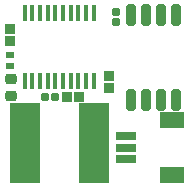
<source format=gbr>
%TF.GenerationSoftware,Altium Limited,Altium Designer,25.8.1 (18)*%
G04 Layer_Color=8388736*
%FSLAX45Y45*%
%MOMM*%
%TF.SameCoordinates,2B41D9FC-5AFE-4856-9B1B-66F76C6671FB*%
%TF.FilePolarity,Negative*%
%TF.FileFunction,Soldermask,Top*%
%TF.Part,Single*%
G01*
G75*
%TA.AperFunction,SMDPad,CuDef*%
%ADD13R,0.40000X1.35000*%
G04:AMPARAMS|DCode=36|XSize=0.9632mm|YSize=0.8636mm|CornerRadius=0.18415mm|HoleSize=0mm|Usage=FLASHONLY|Rotation=180.000|XOffset=0mm|YOffset=0mm|HoleType=Round|Shape=RoundedRectangle|*
%AMROUNDEDRECTD36*
21,1,0.96320,0.49530,0,0,180.0*
21,1,0.59490,0.86360,0,0,180.0*
1,1,0.36830,-0.29745,0.24765*
1,1,0.36830,0.29745,0.24765*
1,1,0.36830,0.29745,-0.24765*
1,1,0.36830,-0.29745,-0.24765*
%
%ADD36ROUNDEDRECTD36*%
G04:AMPARAMS|DCode=37|XSize=1.8132mm|YSize=0.7832mm|CornerRadius=0.1741mm|HoleSize=0mm|Usage=FLASHONLY|Rotation=90.000|XOffset=0mm|YOffset=0mm|HoleType=Round|Shape=RoundedRectangle|*
%AMROUNDEDRECTD37*
21,1,1.81320,0.43500,0,0,90.0*
21,1,1.46500,0.78320,0,0,90.0*
1,1,0.34820,0.21750,0.73250*
1,1,0.34820,0.21750,-0.73250*
1,1,0.34820,-0.21750,-0.73250*
1,1,0.34820,-0.21750,0.73250*
%
%ADD37ROUNDEDRECTD37*%
%ADD38R,1.75320X0.80320*%
%ADD39R,0.85320X0.85320*%
G04:AMPARAMS|DCode=40|XSize=0.7532mm|YSize=0.7032mm|CornerRadius=0.1641mm|HoleSize=0mm|Usage=FLASHONLY|Rotation=90.000|XOffset=0mm|YOffset=0mm|HoleType=Round|Shape=RoundedRectangle|*
%AMROUNDEDRECTD40*
21,1,0.75320,0.37500,0,0,90.0*
21,1,0.42500,0.70320,0,0,90.0*
1,1,0.32820,0.18750,0.21250*
1,1,0.32820,0.18750,-0.21250*
1,1,0.32820,-0.18750,-0.21250*
1,1,0.32820,-0.18750,0.21250*
%
%ADD40ROUNDEDRECTD40*%
G04:AMPARAMS|DCode=41|XSize=0.7532mm|YSize=0.7032mm|CornerRadius=0.1641mm|HoleSize=0mm|Usage=FLASHONLY|Rotation=0.000|XOffset=0mm|YOffset=0mm|HoleType=Round|Shape=RoundedRectangle|*
%AMROUNDEDRECTD41*
21,1,0.75320,0.37500,0,0,0.0*
21,1,0.42500,0.70320,0,0,0.0*
1,1,0.32820,0.21250,-0.18750*
1,1,0.32820,-0.21250,-0.18750*
1,1,0.32820,-0.21250,0.18750*
1,1,0.32820,0.21250,0.18750*
%
%ADD41ROUNDEDRECTD41*%
%ADD42R,0.80320X0.60320*%
%ADD43R,0.85320X0.85320*%
%TA.AperFunction,ConnectorPad*%
%ADD44R,2.60320X6.83320*%
%TA.AperFunction,SMDPad,CuDef*%
%ADD45R,2.00320X1.40320*%
D13*
X2634500Y3039900D02*
D03*
X2569500D02*
D03*
X2374500Y3614900D02*
D03*
X2439500D02*
D03*
X2504500D02*
D03*
X2569500D02*
D03*
X2634500D02*
D03*
X2699500D02*
D03*
X2764500D02*
D03*
X2829500D02*
D03*
X2894500D02*
D03*
X2959500D02*
D03*
Y3039900D02*
D03*
X2894500D02*
D03*
X2829500D02*
D03*
X2764500D02*
D03*
X2699500D02*
D03*
X2504500D02*
D03*
X2439500D02*
D03*
X2374500D02*
D03*
D36*
X2260600Y2914500D02*
D03*
Y3054500D02*
D03*
D37*
X3657600Y2878000D02*
D03*
X3276600Y3599000D02*
D03*
Y2878000D02*
D03*
X3657600Y3599000D02*
D03*
X3530600D02*
D03*
X3403600Y2878000D02*
D03*
Y3599000D02*
D03*
X3530600Y2878000D02*
D03*
D38*
X3234800Y2576500D02*
D03*
Y2376500D02*
D03*
Y2476500D02*
D03*
D39*
X3086100Y3085300D02*
D03*
Y2985300D02*
D03*
X2247900Y3479000D02*
D03*
Y3379000D02*
D03*
D40*
X2635800Y2908300D02*
D03*
X2545800D02*
D03*
D41*
X3149600Y3536400D02*
D03*
Y3626400D02*
D03*
D42*
X2247900Y3168100D02*
D03*
Y3258100D02*
D03*
D43*
X2731300Y2908300D02*
D03*
X2831300D02*
D03*
D44*
X2374500Y2514600D02*
D03*
X2959500D02*
D03*
D45*
X3622300Y2246500D02*
D03*
Y2706500D02*
D03*
%TF.MD5,843d79911ec8dceee099b091d1b75c37*%
M02*

</source>
